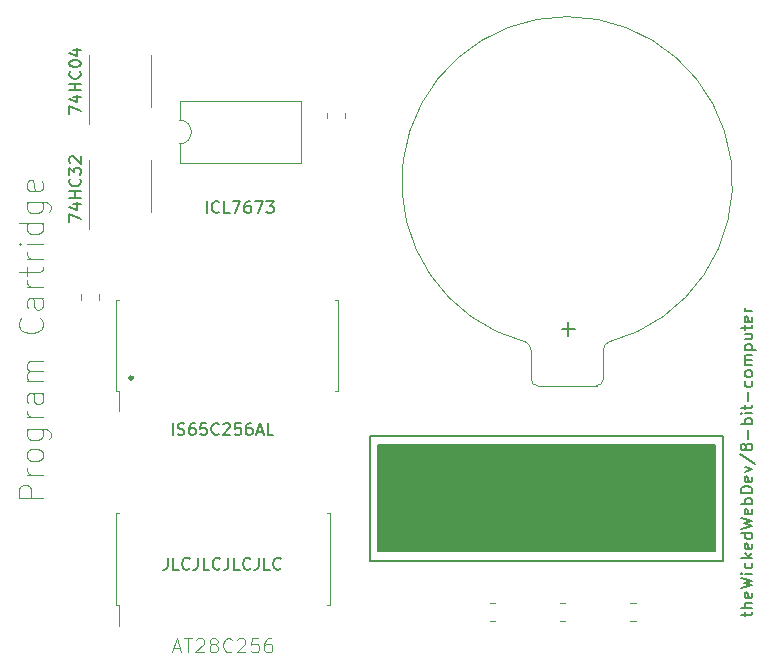
<source format=gbr>
%TF.GenerationSoftware,KiCad,Pcbnew,(6.0.0-0)*%
%TF.CreationDate,2022-01-09T00:32:35-05:00*%
%TF.ProjectId,ROM-Cartridge,524f4d2d-4361-4727-9472-696467652e6b,rev?*%
%TF.SameCoordinates,Original*%
%TF.FileFunction,Legend,Top*%
%TF.FilePolarity,Positive*%
%FSLAX46Y46*%
G04 Gerber Fmt 4.6, Leading zero omitted, Abs format (unit mm)*
G04 Created by KiCad (PCBNEW (6.0.0-0)) date 2022-01-09 00:32:35*
%MOMM*%
%LPD*%
G01*
G04 APERTURE LIST*
%ADD10C,0.150000*%
%ADD11C,0.100000*%
%ADD12C,0.120000*%
%ADD13C,0.300000*%
G04 APERTURE END LIST*
D10*
X103080952Y-106652380D02*
X103080952Y-107366666D01*
X103033333Y-107509523D01*
X102938095Y-107604761D01*
X102795238Y-107652380D01*
X102700000Y-107652380D01*
X104033333Y-107652380D02*
X103557142Y-107652380D01*
X103557142Y-106652380D01*
X104938095Y-107557142D02*
X104890476Y-107604761D01*
X104747619Y-107652380D01*
X104652380Y-107652380D01*
X104509523Y-107604761D01*
X104414285Y-107509523D01*
X104366666Y-107414285D01*
X104319047Y-107223809D01*
X104319047Y-107080952D01*
X104366666Y-106890476D01*
X104414285Y-106795238D01*
X104509523Y-106700000D01*
X104652380Y-106652380D01*
X104747619Y-106652380D01*
X104890476Y-106700000D01*
X104938095Y-106747619D01*
X105652380Y-106652380D02*
X105652380Y-107366666D01*
X105604761Y-107509523D01*
X105509523Y-107604761D01*
X105366666Y-107652380D01*
X105271428Y-107652380D01*
X106604761Y-107652380D02*
X106128571Y-107652380D01*
X106128571Y-106652380D01*
X107509523Y-107557142D02*
X107461904Y-107604761D01*
X107319047Y-107652380D01*
X107223809Y-107652380D01*
X107080952Y-107604761D01*
X106985714Y-107509523D01*
X106938095Y-107414285D01*
X106890476Y-107223809D01*
X106890476Y-107080952D01*
X106938095Y-106890476D01*
X106985714Y-106795238D01*
X107080952Y-106700000D01*
X107223809Y-106652380D01*
X107319047Y-106652380D01*
X107461904Y-106700000D01*
X107509523Y-106747619D01*
X108223809Y-106652380D02*
X108223809Y-107366666D01*
X108176190Y-107509523D01*
X108080952Y-107604761D01*
X107938095Y-107652380D01*
X107842857Y-107652380D01*
X109176190Y-107652380D02*
X108700000Y-107652380D01*
X108700000Y-106652380D01*
X110080952Y-107557142D02*
X110033333Y-107604761D01*
X109890476Y-107652380D01*
X109795238Y-107652380D01*
X109652380Y-107604761D01*
X109557142Y-107509523D01*
X109509523Y-107414285D01*
X109461904Y-107223809D01*
X109461904Y-107080952D01*
X109509523Y-106890476D01*
X109557142Y-106795238D01*
X109652380Y-106700000D01*
X109795238Y-106652380D01*
X109890476Y-106652380D01*
X110033333Y-106700000D01*
X110080952Y-106747619D01*
X110795238Y-106652380D02*
X110795238Y-107366666D01*
X110747619Y-107509523D01*
X110652380Y-107604761D01*
X110509523Y-107652380D01*
X110414285Y-107652380D01*
X111747619Y-107652380D02*
X111271428Y-107652380D01*
X111271428Y-106652380D01*
X112652380Y-107557142D02*
X112604761Y-107604761D01*
X112461904Y-107652380D01*
X112366666Y-107652380D01*
X112223809Y-107604761D01*
X112128571Y-107509523D01*
X112080952Y-107414285D01*
X112033333Y-107223809D01*
X112033333Y-107080952D01*
X112080952Y-106890476D01*
X112128571Y-106795238D01*
X112223809Y-106700000D01*
X112366666Y-106652380D01*
X112461904Y-106652380D01*
X112604761Y-106700000D01*
X112652380Y-106747619D01*
X120200000Y-96300000D02*
X150100000Y-96300000D01*
X150100000Y-96300000D02*
X150100000Y-106900000D01*
X150100000Y-106900000D02*
X120200000Y-106900000D01*
X120200000Y-106900000D02*
X120200000Y-96300000D01*
X120900000Y-97100000D02*
X149400000Y-97100000D01*
X149400000Y-97100000D02*
X149400000Y-106100000D01*
X149400000Y-106100000D02*
X120900000Y-106100000D01*
X120900000Y-106100000D02*
X120900000Y-97100000D01*
G36*
X120900000Y-97100000D02*
G01*
X149400000Y-97100000D01*
X149400000Y-106100000D01*
X120900000Y-106100000D01*
X120900000Y-97100000D01*
G37*
D11*
X92504761Y-101628571D02*
X90504761Y-101628571D01*
X90504761Y-100866666D01*
X90600000Y-100676190D01*
X90695238Y-100580952D01*
X90885714Y-100485714D01*
X91171428Y-100485714D01*
X91361904Y-100580952D01*
X91457142Y-100676190D01*
X91552380Y-100866666D01*
X91552380Y-101628571D01*
X92504761Y-99628571D02*
X91171428Y-99628571D01*
X91552380Y-99628571D02*
X91361904Y-99533333D01*
X91266666Y-99438095D01*
X91171428Y-99247619D01*
X91171428Y-99057142D01*
X92504761Y-98104761D02*
X92409523Y-98295238D01*
X92314285Y-98390476D01*
X92123809Y-98485714D01*
X91552380Y-98485714D01*
X91361904Y-98390476D01*
X91266666Y-98295238D01*
X91171428Y-98104761D01*
X91171428Y-97819047D01*
X91266666Y-97628571D01*
X91361904Y-97533333D01*
X91552380Y-97438095D01*
X92123809Y-97438095D01*
X92314285Y-97533333D01*
X92409523Y-97628571D01*
X92504761Y-97819047D01*
X92504761Y-98104761D01*
X91171428Y-95723809D02*
X92790476Y-95723809D01*
X92980952Y-95819047D01*
X93076190Y-95914285D01*
X93171428Y-96104761D01*
X93171428Y-96390476D01*
X93076190Y-96580952D01*
X92409523Y-95723809D02*
X92504761Y-95914285D01*
X92504761Y-96295238D01*
X92409523Y-96485714D01*
X92314285Y-96580952D01*
X92123809Y-96676190D01*
X91552380Y-96676190D01*
X91361904Y-96580952D01*
X91266666Y-96485714D01*
X91171428Y-96295238D01*
X91171428Y-95914285D01*
X91266666Y-95723809D01*
X92504761Y-94771428D02*
X91171428Y-94771428D01*
X91552380Y-94771428D02*
X91361904Y-94676190D01*
X91266666Y-94580952D01*
X91171428Y-94390476D01*
X91171428Y-94200000D01*
X92504761Y-92676190D02*
X91457142Y-92676190D01*
X91266666Y-92771428D01*
X91171428Y-92961904D01*
X91171428Y-93342857D01*
X91266666Y-93533333D01*
X92409523Y-92676190D02*
X92504761Y-92866666D01*
X92504761Y-93342857D01*
X92409523Y-93533333D01*
X92219047Y-93628571D01*
X92028571Y-93628571D01*
X91838095Y-93533333D01*
X91742857Y-93342857D01*
X91742857Y-92866666D01*
X91647619Y-92676190D01*
X92504761Y-91723809D02*
X91171428Y-91723809D01*
X91361904Y-91723809D02*
X91266666Y-91628571D01*
X91171428Y-91438095D01*
X91171428Y-91152380D01*
X91266666Y-90961904D01*
X91457142Y-90866666D01*
X92504761Y-90866666D01*
X91457142Y-90866666D02*
X91266666Y-90771428D01*
X91171428Y-90580952D01*
X91171428Y-90295238D01*
X91266666Y-90104761D01*
X91457142Y-90009523D01*
X92504761Y-90009523D01*
X92314285Y-86390476D02*
X92409523Y-86485714D01*
X92504761Y-86771428D01*
X92504761Y-86961904D01*
X92409523Y-87247619D01*
X92219047Y-87438095D01*
X92028571Y-87533333D01*
X91647619Y-87628571D01*
X91361904Y-87628571D01*
X90980952Y-87533333D01*
X90790476Y-87438095D01*
X90600000Y-87247619D01*
X90504761Y-86961904D01*
X90504761Y-86771428D01*
X90600000Y-86485714D01*
X90695238Y-86390476D01*
X92504761Y-84676190D02*
X91457142Y-84676190D01*
X91266666Y-84771428D01*
X91171428Y-84961904D01*
X91171428Y-85342857D01*
X91266666Y-85533333D01*
X92409523Y-84676190D02*
X92504761Y-84866666D01*
X92504761Y-85342857D01*
X92409523Y-85533333D01*
X92219047Y-85628571D01*
X92028571Y-85628571D01*
X91838095Y-85533333D01*
X91742857Y-85342857D01*
X91742857Y-84866666D01*
X91647619Y-84676190D01*
X92504761Y-83723809D02*
X91171428Y-83723809D01*
X91552380Y-83723809D02*
X91361904Y-83628571D01*
X91266666Y-83533333D01*
X91171428Y-83342857D01*
X91171428Y-83152380D01*
X91171428Y-82771428D02*
X91171428Y-82009523D01*
X90504761Y-82485714D02*
X92219047Y-82485714D01*
X92409523Y-82390476D01*
X92504761Y-82200000D01*
X92504761Y-82009523D01*
X92504761Y-81342857D02*
X91171428Y-81342857D01*
X91552380Y-81342857D02*
X91361904Y-81247619D01*
X91266666Y-81152380D01*
X91171428Y-80961904D01*
X91171428Y-80771428D01*
X92504761Y-80104761D02*
X91171428Y-80104761D01*
X90504761Y-80104761D02*
X90600000Y-80200000D01*
X90695238Y-80104761D01*
X90600000Y-80009523D01*
X90504761Y-80104761D01*
X90695238Y-80104761D01*
X92504761Y-78295238D02*
X90504761Y-78295238D01*
X92409523Y-78295238D02*
X92504761Y-78485714D01*
X92504761Y-78866666D01*
X92409523Y-79057142D01*
X92314285Y-79152380D01*
X92123809Y-79247619D01*
X91552380Y-79247619D01*
X91361904Y-79152380D01*
X91266666Y-79057142D01*
X91171428Y-78866666D01*
X91171428Y-78485714D01*
X91266666Y-78295238D01*
X91171428Y-76485714D02*
X92790476Y-76485714D01*
X92980952Y-76580952D01*
X93076190Y-76676190D01*
X93171428Y-76866666D01*
X93171428Y-77152380D01*
X93076190Y-77342857D01*
X92409523Y-76485714D02*
X92504761Y-76676190D01*
X92504761Y-77057142D01*
X92409523Y-77247619D01*
X92314285Y-77342857D01*
X92123809Y-77438095D01*
X91552380Y-77438095D01*
X91361904Y-77342857D01*
X91266666Y-77247619D01*
X91171428Y-77057142D01*
X91171428Y-76676190D01*
X91266666Y-76485714D01*
X92409523Y-74771428D02*
X92504761Y-74961904D01*
X92504761Y-75342857D01*
X92409523Y-75533333D01*
X92219047Y-75628571D01*
X91457142Y-75628571D01*
X91266666Y-75533333D01*
X91171428Y-75342857D01*
X91171428Y-74961904D01*
X91266666Y-74771428D01*
X91457142Y-74676190D01*
X91647619Y-74676190D01*
X91838095Y-75628571D01*
D10*
X151931714Y-111599619D02*
X151931714Y-111218666D01*
X151598380Y-111456761D02*
X152455523Y-111456761D01*
X152550761Y-111409142D01*
X152598380Y-111313904D01*
X152598380Y-111218666D01*
X152598380Y-110885333D02*
X151598380Y-110885333D01*
X152598380Y-110456761D02*
X152074571Y-110456761D01*
X151979333Y-110504380D01*
X151931714Y-110599619D01*
X151931714Y-110742476D01*
X151979333Y-110837714D01*
X152026952Y-110885333D01*
X152550761Y-109599619D02*
X152598380Y-109694857D01*
X152598380Y-109885333D01*
X152550761Y-109980571D01*
X152455523Y-110028190D01*
X152074571Y-110028190D01*
X151979333Y-109980571D01*
X151931714Y-109885333D01*
X151931714Y-109694857D01*
X151979333Y-109599619D01*
X152074571Y-109552000D01*
X152169809Y-109552000D01*
X152265047Y-110028190D01*
X151598380Y-109218666D02*
X152598380Y-108980571D01*
X151884095Y-108790095D01*
X152598380Y-108599619D01*
X151598380Y-108361523D01*
X152598380Y-107980571D02*
X151931714Y-107980571D01*
X151598380Y-107980571D02*
X151646000Y-108028190D01*
X151693619Y-107980571D01*
X151646000Y-107932952D01*
X151598380Y-107980571D01*
X151693619Y-107980571D01*
X152550761Y-107075809D02*
X152598380Y-107171047D01*
X152598380Y-107361523D01*
X152550761Y-107456761D01*
X152503142Y-107504380D01*
X152407904Y-107552000D01*
X152122190Y-107552000D01*
X152026952Y-107504380D01*
X151979333Y-107456761D01*
X151931714Y-107361523D01*
X151931714Y-107171047D01*
X151979333Y-107075809D01*
X152598380Y-106647238D02*
X151598380Y-106647238D01*
X152217428Y-106552000D02*
X152598380Y-106266285D01*
X151931714Y-106266285D02*
X152312666Y-106647238D01*
X152550761Y-105456761D02*
X152598380Y-105552000D01*
X152598380Y-105742476D01*
X152550761Y-105837714D01*
X152455523Y-105885333D01*
X152074571Y-105885333D01*
X151979333Y-105837714D01*
X151931714Y-105742476D01*
X151931714Y-105552000D01*
X151979333Y-105456761D01*
X152074571Y-105409142D01*
X152169809Y-105409142D01*
X152265047Y-105885333D01*
X152598380Y-104552000D02*
X151598380Y-104552000D01*
X152550761Y-104552000D02*
X152598380Y-104647238D01*
X152598380Y-104837714D01*
X152550761Y-104932952D01*
X152503142Y-104980571D01*
X152407904Y-105028190D01*
X152122190Y-105028190D01*
X152026952Y-104980571D01*
X151979333Y-104932952D01*
X151931714Y-104837714D01*
X151931714Y-104647238D01*
X151979333Y-104552000D01*
X151598380Y-104171047D02*
X152598380Y-103932952D01*
X151884095Y-103742476D01*
X152598380Y-103552000D01*
X151598380Y-103313904D01*
X152550761Y-102552000D02*
X152598380Y-102647238D01*
X152598380Y-102837714D01*
X152550761Y-102932952D01*
X152455523Y-102980571D01*
X152074571Y-102980571D01*
X151979333Y-102932952D01*
X151931714Y-102837714D01*
X151931714Y-102647238D01*
X151979333Y-102552000D01*
X152074571Y-102504380D01*
X152169809Y-102504380D01*
X152265047Y-102980571D01*
X152598380Y-102075809D02*
X151598380Y-102075809D01*
X151979333Y-102075809D02*
X151931714Y-101980571D01*
X151931714Y-101790095D01*
X151979333Y-101694857D01*
X152026952Y-101647238D01*
X152122190Y-101599619D01*
X152407904Y-101599619D01*
X152503142Y-101647238D01*
X152550761Y-101694857D01*
X152598380Y-101790095D01*
X152598380Y-101980571D01*
X152550761Y-102075809D01*
X152598380Y-101171047D02*
X151598380Y-101171047D01*
X151598380Y-100932952D01*
X151646000Y-100790095D01*
X151741238Y-100694857D01*
X151836476Y-100647238D01*
X152026952Y-100599619D01*
X152169809Y-100599619D01*
X152360285Y-100647238D01*
X152455523Y-100694857D01*
X152550761Y-100790095D01*
X152598380Y-100932952D01*
X152598380Y-101171047D01*
X152550761Y-99790095D02*
X152598380Y-99885333D01*
X152598380Y-100075809D01*
X152550761Y-100171047D01*
X152455523Y-100218666D01*
X152074571Y-100218666D01*
X151979333Y-100171047D01*
X151931714Y-100075809D01*
X151931714Y-99885333D01*
X151979333Y-99790095D01*
X152074571Y-99742476D01*
X152169809Y-99742476D01*
X152265047Y-100218666D01*
X151931714Y-99409142D02*
X152598380Y-99171047D01*
X151931714Y-98932952D01*
X151550761Y-97837714D02*
X152836476Y-98694857D01*
X152026952Y-97361523D02*
X151979333Y-97456761D01*
X151931714Y-97504380D01*
X151836476Y-97552000D01*
X151788857Y-97552000D01*
X151693619Y-97504380D01*
X151646000Y-97456761D01*
X151598380Y-97361523D01*
X151598380Y-97171047D01*
X151646000Y-97075809D01*
X151693619Y-97028190D01*
X151788857Y-96980571D01*
X151836476Y-96980571D01*
X151931714Y-97028190D01*
X151979333Y-97075809D01*
X152026952Y-97171047D01*
X152026952Y-97361523D01*
X152074571Y-97456761D01*
X152122190Y-97504380D01*
X152217428Y-97552000D01*
X152407904Y-97552000D01*
X152503142Y-97504380D01*
X152550761Y-97456761D01*
X152598380Y-97361523D01*
X152598380Y-97171047D01*
X152550761Y-97075809D01*
X152503142Y-97028190D01*
X152407904Y-96980571D01*
X152217428Y-96980571D01*
X152122190Y-97028190D01*
X152074571Y-97075809D01*
X152026952Y-97171047D01*
X152217428Y-96552000D02*
X152217428Y-95790095D01*
X152598380Y-95313904D02*
X151598380Y-95313904D01*
X151979333Y-95313904D02*
X151931714Y-95218666D01*
X151931714Y-95028190D01*
X151979333Y-94932952D01*
X152026952Y-94885333D01*
X152122190Y-94837714D01*
X152407904Y-94837714D01*
X152503142Y-94885333D01*
X152550761Y-94932952D01*
X152598380Y-95028190D01*
X152598380Y-95218666D01*
X152550761Y-95313904D01*
X152598380Y-94409142D02*
X151931714Y-94409142D01*
X151598380Y-94409142D02*
X151646000Y-94456761D01*
X151693619Y-94409142D01*
X151646000Y-94361523D01*
X151598380Y-94409142D01*
X151693619Y-94409142D01*
X151931714Y-94075809D02*
X151931714Y-93694857D01*
X151598380Y-93932952D02*
X152455523Y-93932952D01*
X152550761Y-93885333D01*
X152598380Y-93790095D01*
X152598380Y-93694857D01*
X152217428Y-93361523D02*
X152217428Y-92599619D01*
X152550761Y-91694857D02*
X152598380Y-91790095D01*
X152598380Y-91980571D01*
X152550761Y-92075809D01*
X152503142Y-92123428D01*
X152407904Y-92171047D01*
X152122190Y-92171047D01*
X152026952Y-92123428D01*
X151979333Y-92075809D01*
X151931714Y-91980571D01*
X151931714Y-91790095D01*
X151979333Y-91694857D01*
X152598380Y-91123428D02*
X152550761Y-91218666D01*
X152503142Y-91266285D01*
X152407904Y-91313904D01*
X152122190Y-91313904D01*
X152026952Y-91266285D01*
X151979333Y-91218666D01*
X151931714Y-91123428D01*
X151931714Y-90980571D01*
X151979333Y-90885333D01*
X152026952Y-90837714D01*
X152122190Y-90790095D01*
X152407904Y-90790095D01*
X152503142Y-90837714D01*
X152550761Y-90885333D01*
X152598380Y-90980571D01*
X152598380Y-91123428D01*
X152598380Y-90361523D02*
X151931714Y-90361523D01*
X152026952Y-90361523D02*
X151979333Y-90313904D01*
X151931714Y-90218666D01*
X151931714Y-90075809D01*
X151979333Y-89980571D01*
X152074571Y-89932952D01*
X152598380Y-89932952D01*
X152074571Y-89932952D02*
X151979333Y-89885333D01*
X151931714Y-89790095D01*
X151931714Y-89647238D01*
X151979333Y-89552000D01*
X152074571Y-89504380D01*
X152598380Y-89504380D01*
X151931714Y-89028190D02*
X152931714Y-89028190D01*
X151979333Y-89028190D02*
X151931714Y-88932952D01*
X151931714Y-88742476D01*
X151979333Y-88647238D01*
X152026952Y-88599619D01*
X152122190Y-88552000D01*
X152407904Y-88552000D01*
X152503142Y-88599619D01*
X152550761Y-88647238D01*
X152598380Y-88742476D01*
X152598380Y-88932952D01*
X152550761Y-89028190D01*
X151931714Y-87694857D02*
X152598380Y-87694857D01*
X151931714Y-88123428D02*
X152455523Y-88123428D01*
X152550761Y-88075809D01*
X152598380Y-87980571D01*
X152598380Y-87837714D01*
X152550761Y-87742476D01*
X152503142Y-87694857D01*
X151931714Y-87361523D02*
X151931714Y-86980571D01*
X151598380Y-87218666D02*
X152455523Y-87218666D01*
X152550761Y-87171047D01*
X152598380Y-87075809D01*
X152598380Y-86980571D01*
X152550761Y-86266285D02*
X152598380Y-86361523D01*
X152598380Y-86552000D01*
X152550761Y-86647238D01*
X152455523Y-86694857D01*
X152074571Y-86694857D01*
X151979333Y-86647238D01*
X151931714Y-86552000D01*
X151931714Y-86361523D01*
X151979333Y-86266285D01*
X152074571Y-86218666D01*
X152169809Y-86218666D01*
X152265047Y-86694857D01*
X152598380Y-85790095D02*
X151931714Y-85790095D01*
X152122190Y-85790095D02*
X152026952Y-85742476D01*
X151979333Y-85694857D01*
X151931714Y-85599619D01*
X151931714Y-85504380D01*
%TO.C,U6*%
X94752380Y-78185714D02*
X94752380Y-77519047D01*
X95752380Y-77947619D01*
X95085714Y-76709523D02*
X95752380Y-76709523D01*
X94704761Y-76947619D02*
X95419047Y-77185714D01*
X95419047Y-76566666D01*
X95752380Y-76185714D02*
X94752380Y-76185714D01*
X95228571Y-76185714D02*
X95228571Y-75614285D01*
X95752380Y-75614285D02*
X94752380Y-75614285D01*
X95657142Y-74566666D02*
X95704761Y-74614285D01*
X95752380Y-74757142D01*
X95752380Y-74852380D01*
X95704761Y-74995238D01*
X95609523Y-75090476D01*
X95514285Y-75138095D01*
X95323809Y-75185714D01*
X95180952Y-75185714D01*
X94990476Y-75138095D01*
X94895238Y-75090476D01*
X94800000Y-74995238D01*
X94752380Y-74852380D01*
X94752380Y-74757142D01*
X94800000Y-74614285D01*
X94847619Y-74566666D01*
X94752380Y-74233333D02*
X94752380Y-73614285D01*
X95133333Y-73947619D01*
X95133333Y-73804761D01*
X95180952Y-73709523D01*
X95228571Y-73661904D01*
X95323809Y-73614285D01*
X95561904Y-73614285D01*
X95657142Y-73661904D01*
X95704761Y-73709523D01*
X95752380Y-73804761D01*
X95752380Y-74090476D01*
X95704761Y-74185714D01*
X95657142Y-74233333D01*
X94847619Y-73233333D02*
X94800000Y-73185714D01*
X94752380Y-73090476D01*
X94752380Y-72852380D01*
X94800000Y-72757142D01*
X94847619Y-72709523D01*
X94942857Y-72661904D01*
X95038095Y-72661904D01*
X95180952Y-72709523D01*
X95752380Y-73280952D01*
X95752380Y-72661904D01*
%TO.C,U3*%
X106390476Y-77452380D02*
X106390476Y-76452380D01*
X107438095Y-77357142D02*
X107390476Y-77404761D01*
X107247619Y-77452380D01*
X107152380Y-77452380D01*
X107009523Y-77404761D01*
X106914285Y-77309523D01*
X106866666Y-77214285D01*
X106819047Y-77023809D01*
X106819047Y-76880952D01*
X106866666Y-76690476D01*
X106914285Y-76595238D01*
X107009523Y-76500000D01*
X107152380Y-76452380D01*
X107247619Y-76452380D01*
X107390476Y-76500000D01*
X107438095Y-76547619D01*
X108342857Y-77452380D02*
X107866666Y-77452380D01*
X107866666Y-76452380D01*
X108580952Y-76452380D02*
X109247619Y-76452380D01*
X108819047Y-77452380D01*
X110057142Y-76452380D02*
X109866666Y-76452380D01*
X109771428Y-76500000D01*
X109723809Y-76547619D01*
X109628571Y-76690476D01*
X109580952Y-76880952D01*
X109580952Y-77261904D01*
X109628571Y-77357142D01*
X109676190Y-77404761D01*
X109771428Y-77452380D01*
X109961904Y-77452380D01*
X110057142Y-77404761D01*
X110104761Y-77357142D01*
X110152380Y-77261904D01*
X110152380Y-77023809D01*
X110104761Y-76928571D01*
X110057142Y-76880952D01*
X109961904Y-76833333D01*
X109771428Y-76833333D01*
X109676190Y-76880952D01*
X109628571Y-76928571D01*
X109580952Y-77023809D01*
X110485714Y-76452380D02*
X111152380Y-76452380D01*
X110723809Y-77452380D01*
X111438095Y-76452380D02*
X112057142Y-76452380D01*
X111723809Y-76833333D01*
X111866666Y-76833333D01*
X111961904Y-76880952D01*
X112009523Y-76928571D01*
X112057142Y-77023809D01*
X112057142Y-77261904D01*
X112009523Y-77357142D01*
X111961904Y-77404761D01*
X111866666Y-77452380D01*
X111580952Y-77452380D01*
X111485714Y-77404761D01*
X111438095Y-77357142D01*
%TO.C,U4*%
X94752380Y-69079714D02*
X94752380Y-68413047D01*
X95752380Y-68841619D01*
X95085714Y-67603523D02*
X95752380Y-67603523D01*
X94704761Y-67841619D02*
X95419047Y-68079714D01*
X95419047Y-67460666D01*
X95752380Y-67079714D02*
X94752380Y-67079714D01*
X95228571Y-67079714D02*
X95228571Y-66508285D01*
X95752380Y-66508285D02*
X94752380Y-66508285D01*
X95657142Y-65460666D02*
X95704761Y-65508285D01*
X95752380Y-65651142D01*
X95752380Y-65746380D01*
X95704761Y-65889238D01*
X95609523Y-65984476D01*
X95514285Y-66032095D01*
X95323809Y-66079714D01*
X95180952Y-66079714D01*
X94990476Y-66032095D01*
X94895238Y-65984476D01*
X94800000Y-65889238D01*
X94752380Y-65746380D01*
X94752380Y-65651142D01*
X94800000Y-65508285D01*
X94847619Y-65460666D01*
X94752380Y-64841619D02*
X94752380Y-64746380D01*
X94800000Y-64651142D01*
X94847619Y-64603523D01*
X94942857Y-64555904D01*
X95133333Y-64508285D01*
X95371428Y-64508285D01*
X95561904Y-64555904D01*
X95657142Y-64603523D01*
X95704761Y-64651142D01*
X95752380Y-64746380D01*
X95752380Y-64841619D01*
X95704761Y-64936857D01*
X95657142Y-64984476D01*
X95561904Y-65032095D01*
X95371428Y-65079714D01*
X95133333Y-65079714D01*
X94942857Y-65032095D01*
X94847619Y-64984476D01*
X94800000Y-64936857D01*
X94752380Y-64841619D01*
X95085714Y-63651142D02*
X95752380Y-63651142D01*
X94704761Y-63889238D02*
X95419047Y-64127333D01*
X95419047Y-63508285D01*
%TO.C,BT1*%
X137013142Y-87851509D02*
X137013142Y-86708652D01*
X137584571Y-87280081D02*
X136441714Y-87280081D01*
%TO.C,U5*%
X103509523Y-96252380D02*
X103509523Y-95252380D01*
X103938095Y-96204761D02*
X104080952Y-96252380D01*
X104319047Y-96252380D01*
X104414285Y-96204761D01*
X104461904Y-96157142D01*
X104509523Y-96061904D01*
X104509523Y-95966666D01*
X104461904Y-95871428D01*
X104414285Y-95823809D01*
X104319047Y-95776190D01*
X104128571Y-95728571D01*
X104033333Y-95680952D01*
X103985714Y-95633333D01*
X103938095Y-95538095D01*
X103938095Y-95442857D01*
X103985714Y-95347619D01*
X104033333Y-95300000D01*
X104128571Y-95252380D01*
X104366666Y-95252380D01*
X104509523Y-95300000D01*
X105366666Y-95252380D02*
X105176190Y-95252380D01*
X105080952Y-95300000D01*
X105033333Y-95347619D01*
X104938095Y-95490476D01*
X104890476Y-95680952D01*
X104890476Y-96061904D01*
X104938095Y-96157142D01*
X104985714Y-96204761D01*
X105080952Y-96252380D01*
X105271428Y-96252380D01*
X105366666Y-96204761D01*
X105414285Y-96157142D01*
X105461904Y-96061904D01*
X105461904Y-95823809D01*
X105414285Y-95728571D01*
X105366666Y-95680952D01*
X105271428Y-95633333D01*
X105080952Y-95633333D01*
X104985714Y-95680952D01*
X104938095Y-95728571D01*
X104890476Y-95823809D01*
X106366666Y-95252380D02*
X105890476Y-95252380D01*
X105842857Y-95728571D01*
X105890476Y-95680952D01*
X105985714Y-95633333D01*
X106223809Y-95633333D01*
X106319047Y-95680952D01*
X106366666Y-95728571D01*
X106414285Y-95823809D01*
X106414285Y-96061904D01*
X106366666Y-96157142D01*
X106319047Y-96204761D01*
X106223809Y-96252380D01*
X105985714Y-96252380D01*
X105890476Y-96204761D01*
X105842857Y-96157142D01*
X107414285Y-96157142D02*
X107366666Y-96204761D01*
X107223809Y-96252380D01*
X107128571Y-96252380D01*
X106985714Y-96204761D01*
X106890476Y-96109523D01*
X106842857Y-96014285D01*
X106795238Y-95823809D01*
X106795238Y-95680952D01*
X106842857Y-95490476D01*
X106890476Y-95395238D01*
X106985714Y-95300000D01*
X107128571Y-95252380D01*
X107223809Y-95252380D01*
X107366666Y-95300000D01*
X107414285Y-95347619D01*
X107795238Y-95347619D02*
X107842857Y-95300000D01*
X107938095Y-95252380D01*
X108176190Y-95252380D01*
X108271428Y-95300000D01*
X108319047Y-95347619D01*
X108366666Y-95442857D01*
X108366666Y-95538095D01*
X108319047Y-95680952D01*
X107747619Y-96252380D01*
X108366666Y-96252380D01*
X109271428Y-95252380D02*
X108795238Y-95252380D01*
X108747619Y-95728571D01*
X108795238Y-95680952D01*
X108890476Y-95633333D01*
X109128571Y-95633333D01*
X109223809Y-95680952D01*
X109271428Y-95728571D01*
X109319047Y-95823809D01*
X109319047Y-96061904D01*
X109271428Y-96157142D01*
X109223809Y-96204761D01*
X109128571Y-96252380D01*
X108890476Y-96252380D01*
X108795238Y-96204761D01*
X108747619Y-96157142D01*
X110176190Y-95252380D02*
X109985714Y-95252380D01*
X109890476Y-95300000D01*
X109842857Y-95347619D01*
X109747619Y-95490476D01*
X109700000Y-95680952D01*
X109700000Y-96061904D01*
X109747619Y-96157142D01*
X109795238Y-96204761D01*
X109890476Y-96252380D01*
X110080952Y-96252380D01*
X110176190Y-96204761D01*
X110223809Y-96157142D01*
X110271428Y-96061904D01*
X110271428Y-95823809D01*
X110223809Y-95728571D01*
X110176190Y-95680952D01*
X110080952Y-95633333D01*
X109890476Y-95633333D01*
X109795238Y-95680952D01*
X109747619Y-95728571D01*
X109700000Y-95823809D01*
X110652380Y-95966666D02*
X111128571Y-95966666D01*
X110557142Y-96252380D02*
X110890476Y-95252380D01*
X111223809Y-96252380D01*
X112033333Y-96252380D02*
X111557142Y-96252380D01*
X111557142Y-95252380D01*
D11*
%TO.C,U1*%
X103556500Y-114324000D02*
X104127928Y-114324000D01*
X103442214Y-114666857D02*
X103842214Y-113466857D01*
X104242214Y-114666857D01*
X104470785Y-113466857D02*
X105156500Y-113466857D01*
X104813642Y-114666857D02*
X104813642Y-113466857D01*
X105499357Y-113581142D02*
X105556500Y-113524000D01*
X105670785Y-113466857D01*
X105956500Y-113466857D01*
X106070785Y-113524000D01*
X106127928Y-113581142D01*
X106185071Y-113695428D01*
X106185071Y-113809714D01*
X106127928Y-113981142D01*
X105442214Y-114666857D01*
X106185071Y-114666857D01*
X106870785Y-113981142D02*
X106756500Y-113924000D01*
X106699357Y-113866857D01*
X106642214Y-113752571D01*
X106642214Y-113695428D01*
X106699357Y-113581142D01*
X106756500Y-113524000D01*
X106870785Y-113466857D01*
X107099357Y-113466857D01*
X107213642Y-113524000D01*
X107270785Y-113581142D01*
X107327928Y-113695428D01*
X107327928Y-113752571D01*
X107270785Y-113866857D01*
X107213642Y-113924000D01*
X107099357Y-113981142D01*
X106870785Y-113981142D01*
X106756500Y-114038285D01*
X106699357Y-114095428D01*
X106642214Y-114209714D01*
X106642214Y-114438285D01*
X106699357Y-114552571D01*
X106756500Y-114609714D01*
X106870785Y-114666857D01*
X107099357Y-114666857D01*
X107213642Y-114609714D01*
X107270785Y-114552571D01*
X107327928Y-114438285D01*
X107327928Y-114209714D01*
X107270785Y-114095428D01*
X107213642Y-114038285D01*
X107099357Y-113981142D01*
X108527928Y-114552571D02*
X108470785Y-114609714D01*
X108299357Y-114666857D01*
X108185071Y-114666857D01*
X108013642Y-114609714D01*
X107899357Y-114495428D01*
X107842214Y-114381142D01*
X107785071Y-114152571D01*
X107785071Y-113981142D01*
X107842214Y-113752571D01*
X107899357Y-113638285D01*
X108013642Y-113524000D01*
X108185071Y-113466857D01*
X108299357Y-113466857D01*
X108470785Y-113524000D01*
X108527928Y-113581142D01*
X108985071Y-113581142D02*
X109042214Y-113524000D01*
X109156500Y-113466857D01*
X109442214Y-113466857D01*
X109556500Y-113524000D01*
X109613642Y-113581142D01*
X109670785Y-113695428D01*
X109670785Y-113809714D01*
X109613642Y-113981142D01*
X108927928Y-114666857D01*
X109670785Y-114666857D01*
X110756500Y-113466857D02*
X110185071Y-113466857D01*
X110127928Y-114038285D01*
X110185071Y-113981142D01*
X110299357Y-113924000D01*
X110585071Y-113924000D01*
X110699357Y-113981142D01*
X110756500Y-114038285D01*
X110813642Y-114152571D01*
X110813642Y-114438285D01*
X110756500Y-114552571D01*
X110699357Y-114609714D01*
X110585071Y-114666857D01*
X110299357Y-114666857D01*
X110185071Y-114609714D01*
X110127928Y-114552571D01*
X111842214Y-113466857D02*
X111613642Y-113466857D01*
X111499357Y-113524000D01*
X111442214Y-113581142D01*
X111327928Y-113752571D01*
X111270785Y-113981142D01*
X111270785Y-114438285D01*
X111327928Y-114552571D01*
X111385071Y-114609714D01*
X111499357Y-114666857D01*
X111727928Y-114666857D01*
X111842214Y-114609714D01*
X111899357Y-114552571D01*
X111956500Y-114438285D01*
X111956500Y-114152571D01*
X111899357Y-114038285D01*
X111842214Y-113981142D01*
X111727928Y-113924000D01*
X111499357Y-113924000D01*
X111385071Y-113981142D01*
X111327928Y-114038285D01*
X111270785Y-114152571D01*
D12*
%TO.C,U6*%
X96450000Y-75184000D02*
X96450000Y-78784000D01*
X101670000Y-75184000D02*
X101670000Y-77384000D01*
X96450000Y-75184000D02*
X96450000Y-72984000D01*
X101670000Y-75184000D02*
X101670000Y-72984000D01*
%TO.C,R2*%
X130361602Y-111987000D02*
X130815730Y-111987000D01*
X130361602Y-110517000D02*
X130815730Y-110517000D01*
%TO.C,U3*%
X114370000Y-73252000D02*
X114370000Y-67952000D01*
X114370000Y-67952000D02*
X104090000Y-67952000D01*
X104090000Y-73252000D02*
X114370000Y-73252000D01*
X104090000Y-67952000D02*
X104090000Y-69602000D01*
X104090000Y-71602000D02*
X104090000Y-73252000D01*
X104090000Y-71602000D02*
G75*
G03*
X104090000Y-69602000I0J1000000D01*
G01*
%TO.C,U4*%
X96450000Y-66294000D02*
X96450000Y-69894000D01*
X101670000Y-66294000D02*
X101670000Y-68494000D01*
X96450000Y-66294000D02*
X96450000Y-64094000D01*
X101670000Y-66294000D02*
X101670000Y-64094000D01*
%TO.C,R3*%
X95785000Y-84809064D02*
X95785000Y-84354936D01*
X97255000Y-84809064D02*
X97255000Y-84354936D01*
%TO.C,R4*%
X142266936Y-111987000D02*
X142721064Y-111987000D01*
X142266936Y-110517000D02*
X142721064Y-110517000D01*
%TO.C,BT1*%
X134406000Y-92080081D02*
X139406000Y-92080081D01*
X139956000Y-91530081D02*
X139956000Y-89080081D01*
X133856000Y-89080081D02*
X133856000Y-91530081D01*
X139406000Y-92080081D02*
G75*
G03*
X139956000Y-91530081I1J549999D01*
G01*
X133856000Y-89080081D02*
G75*
G03*
X133362515Y-88375312I-750000J0D01*
G01*
X136921231Y-60830343D02*
G75*
G03*
X133386000Y-88380081I-15231J-13999738D01*
G01*
X140426000Y-88380081D02*
G75*
G03*
X136890769Y-60830343I-3520000J13550000D01*
G01*
X133856000Y-91530081D02*
G75*
G03*
X134406000Y-92080081I549999J-1D01*
G01*
X140449485Y-88375312D02*
G75*
G03*
X139956000Y-89080081I256515J-704769D01*
G01*
%TO.C,R1*%
X136314268Y-110517000D02*
X136768396Y-110517000D01*
X136314268Y-111987000D02*
X136768396Y-111987000D01*
%TO.C,R5*%
X118083000Y-69418564D02*
X118083000Y-68964436D01*
X116613000Y-69418564D02*
X116613000Y-68964436D01*
%TO.C,U5*%
X98706500Y-92506000D02*
X98941500Y-92506000D01*
X117522500Y-84786000D02*
X117287500Y-84786000D01*
X117522500Y-88646000D02*
X117522500Y-84786000D01*
X98706500Y-84786000D02*
X98941500Y-84786000D01*
X98706500Y-88646000D02*
X98706500Y-92506000D01*
X98706500Y-88646000D02*
X98706500Y-84786000D01*
X98941500Y-92506000D02*
X98941500Y-94196000D01*
X117522500Y-88646000D02*
X117522500Y-92506000D01*
X117522500Y-92506000D02*
X117287500Y-92506000D01*
D13*
X100086500Y-91398000D02*
G75*
G03*
X100086500Y-91398000I-100000J0D01*
G01*
D12*
%TO.C,U1*%
X116816500Y-102898000D02*
X116571500Y-102898000D01*
X116816500Y-106758000D02*
X116816500Y-102898000D01*
X98696500Y-106758000D02*
X98696500Y-102898000D01*
X116816500Y-106758000D02*
X116816500Y-110618000D01*
X98696500Y-110618000D02*
X98941500Y-110618000D01*
X98696500Y-106758000D02*
X98696500Y-110618000D01*
X116816500Y-110618000D02*
X116571500Y-110618000D01*
X98941500Y-110618000D02*
X98941500Y-112433000D01*
X98696500Y-102898000D02*
X98941500Y-102898000D01*
%TD*%
M02*

</source>
